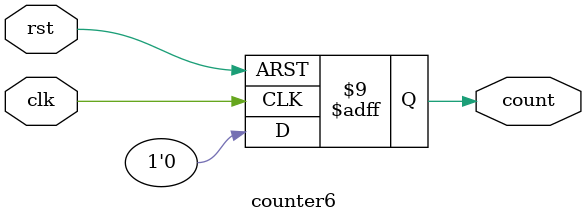
<source format=v>
`timescale 1ns / 10ps
module counter6(
input wire clk,
input wire rst,
output reg count
);
    reg [3:0] t;
    always@(posedge clk or posedge rst)
        begin
            if(rst)
            begin
                t <= 4'b0;
                count <= 1'b0;
            end
            else if(t == 4'd5)
            begin
                t <= 4'b0;
                //溢出时产生上升沿
                count <=1'b1;
                #5 count <=1'b0;
            end
            else
                begin
                    t <= t + 1'b1;
                    count <= 1'b0;
                end
        end
endmodule

</source>
